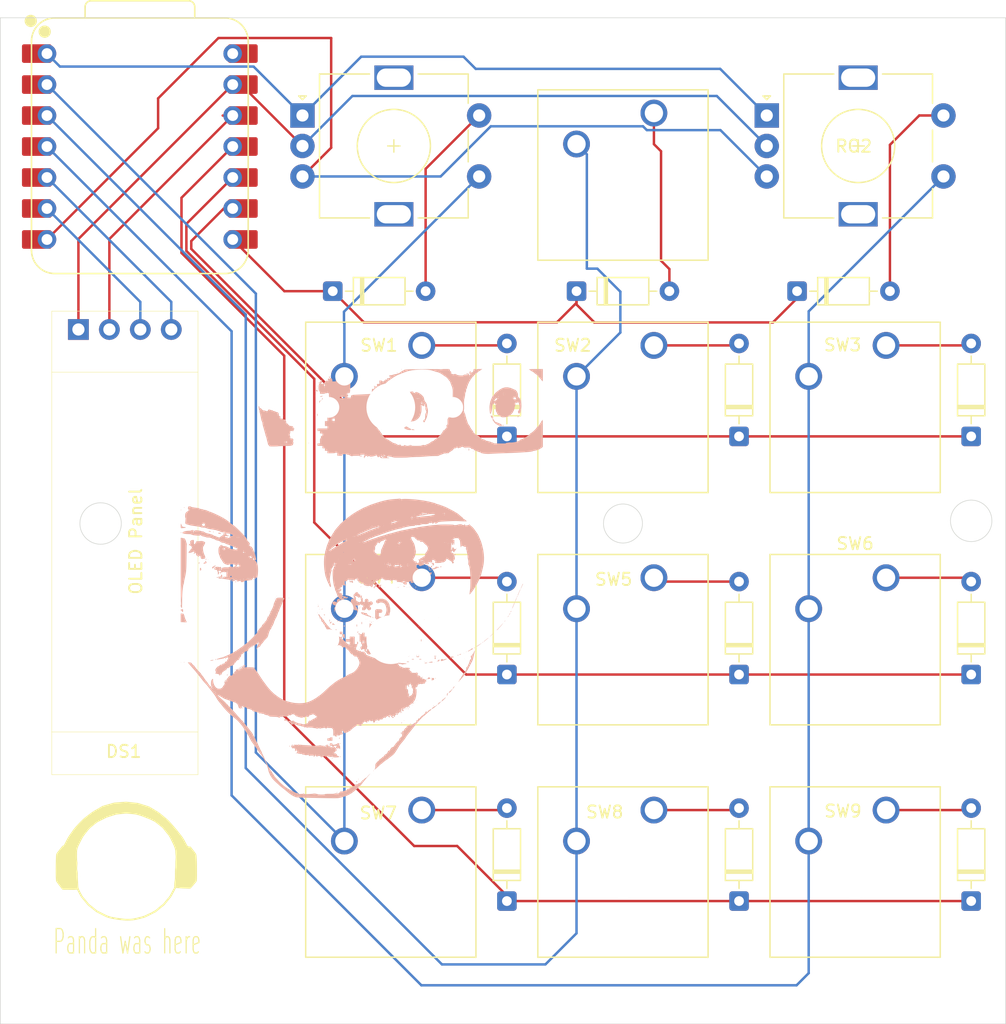
<source format=kicad_pcb>
(kicad_pcb (version 20241229) (generator "pcbnew") (generator_version "9.0")
  (layers (0 "F.Cu" signal) (2 "B.Cu" signal) (13 "F.Paste" user) (15 "B.Paste" user) (5 "F.SilkS" user "F.Silkscreen") (7 "B.SilkS" user "B.Silkscreen") (1 "F.Mask" user) (3 "B.Mask" user) (25 "Edge.Cuts" user))
  (net 0 "")
  (net 1 "Net-(D0-A)")
  (net 2 "Net-(D0-K)")
  (net 3 "Net-(D1-K)")
  (net 4 "Net-(D1-A)")
  (net 5 "Net-(D2-A)")
  (net 6 "Net-(D3-A)")
  (net 7 "Net-(D4-K)")
  (net 8 "Net-(D4-A)")
  (net 9 "Net-(D5-A)")
  (net 10 "Net-(D6-A)")
  (net 11 "Net-(D7-A)")
  (net 12 "Net-(D7-K)")
  (net 13 "Net-(D8-A)")
  (net 14 "Net-(D9-A)")
  (net 15 "Net-(DRO1-A)")
  (net 16 "Net-(DRO2-A)")
  (net 17 "Net-(DS1-SCL)")
  (net 18 "Net-(DS1-GND)")
  (net 19 "Net-(DS1-VCC)")
  (net 20 "Net-(DS1-SDA)")
  (net 21 "Net-(U1-GPIO28{slash}ADC2{slash}A2)")
  (net 22 "Net-(U1-GPIO0{slash}TX)")
  (net 23 "Net-(U1-GPIO26{slash}ADC0{slash}A0)")
  (net 24 "Net-(U1-GPIO27{slash}ADC1{slash}A1)")
  (net 25 "Net-(U1-GPIO29{slash}ADC3{slash}A3)")
  (footprint "Diode_THT:D_DO-35_SOD27_P7.62mm_Horizontal" (layer "F.Cu") (at 98.58375 111.91875)
    (property "Reference" "D0" (hide yes))
    (property "Value" "1N4148" (hide yes))
    (pad "1" thru_hole roundrect (at 0 0) (size 1.6 1.6) (drill 0.8) (layers "*.Cu" "*.Mask") (roundrect_rratio 0.15625) (net 2 "Net-(D0-K)"))
    (pad "2" thru_hole circle (at 7.62 0) (size 1.6 1.6) (drill 0.8) (layers "*.Cu" "*.Mask") (net 1 "Net-(D0-A)"))
  )
  (footprint "Button_Switch_Keyboard:SW_Cherry_MX_1.00u_PCB" (layer "F.Cu") (at 85.88375 154.46375)
    (property "Reference" "SW7" (at -3.56375 0.24625 0) (layer "F.SilkS"))
    (property "Value" "SW_Push" (hide yes))
    (pad "" np_thru_hole circle (at -7.62 5.08) (size 1.7 1.7) (drill 1.7) (layers "*.Cu" "*.Mask"))
    (pad "" np_thru_hole circle (at -2.54 5.08) (size 4 4) (drill 4) (layers "*.Cu" "*.Mask"))
    (pad "" np_thru_hole circle (at 2.54 5.08) (size 1.7 1.7) (drill 1.7) (layers "*.Cu" "*.Mask"))
    (pad "1" thru_hole circle (at 0 0) (size 2.2 2.2) (drill 1.5) (layers "*.Cu" "*.Mask") (net 11 "Net-(D7-A)"))
    (pad "2" thru_hole circle (at -6.35 2.54) (size 2.2 2.2) (drill 1.5) (layers "*.Cu" "*.Mask") (net 24 "Net-(U1-GPIO27{slash}ADC1{slash}A1)"))
  )
  (footprint "Button_Switch_Keyboard:SW_Cherry_MX_1.00u_PCB" (layer "F.Cu") (at 104.93375 116.36375)
    (property "Reference" "SW2" (at -6.65375 -0.00375 0) (layer "F.SilkS"))
    (property "Value" "SW_Push" (hide yes))
    (pad "" np_thru_hole circle (at -7.62 5.08) (size 1.7 1.7) (drill 1.7) (layers "*.Cu" "*.Mask"))
    (pad "" np_thru_hole circle (at -2.54 5.08) (size 4 4) (drill 4) (layers "*.Cu" "*.Mask"))
    (pad "" np_thru_hole circle (at 2.54 5.08) (size 1.7 1.7) (drill 1.7) (layers "*.Cu" "*.Mask"))
    (pad "1" thru_hole circle (at 0 0) (size 2.2 2.2) (drill 1.5) (layers "*.Cu" "*.Mask") (net 5 "Net-(D2-A)"))
    (pad "2" thru_hole circle (at -6.35 2.54) (size 2.2 2.2) (drill 1.5) (layers "*.Cu" "*.Mask") (net 21 "Net-(U1-GPIO28{slash}ADC2{slash}A2)"))
  )
  (footprint "Diode_THT:D_DO-35_SOD27_P7.62mm_Horizontal" (layer "F.Cu") (at 111.91875 143.35125 90)
    (property "Reference" "D5" (hide yes))
    (property "Value" "1N4148" (hide yes))
    (pad "1" thru_hole roundrect (at 0 0 90) (size 1.6 1.6) (drill 0.8) (layers "*.Cu" "*.Mask") (roundrect_rratio 0.15625) (net 7 "Net-(D4-K)"))
    (pad "2" thru_hole circle (at 7.62 0 90) (size 1.6 1.6) (drill 0.8) (layers "*.Cu" "*.Mask") (net 9 "Net-(D5-A)"))
  )
  (footprint "Diode_THT:D_DO-35_SOD27_P7.62mm_Horizontal" (layer "F.Cu") (at 92.86875 143.35125 90)
    (property "Reference" "D4" (hide yes))
    (property "Value" "1N4148" (hide yes))
    (pad "1" thru_hole roundrect (at 0 0 90) (size 1.6 1.6) (drill 0.8) (layers "*.Cu" "*.Mask") (roundrect_rratio 0.15625) (net 7 "Net-(D4-K)"))
    (pad "2" thru_hole circle (at 7.62 0 90) (size 1.6 1.6) (drill 0.8) (layers "*.Cu" "*.Mask") (net 8 "Net-(D4-A)"))
  )
  (footprint "Diode_THT:D_DO-35_SOD27_P7.62mm_Horizontal" (layer "F.Cu") (at 111.91875 123.825 90)
    (property "Reference" "D2" (hide yes))
    (property "Value" "1N4148" (hide yes))
    (pad "1" thru_hole roundrect (at 0 0 90) (size 1.6 1.6) (drill 0.8) (layers "*.Cu" "*.Mask") (roundrect_rratio 0.15625) (net 3 "Net-(D1-K)"))
    (pad "2" thru_hole circle (at 7.62 0 90) (size 1.6 1.6) (drill 0.8) (layers "*.Cu" "*.Mask") (net 5 "Net-(D2-A)"))
  )
  (footprint "Button_Switch_Keyboard:SW_Cherry_MX_1.00u_PCB" (layer "F.Cu") (at 104.93375 97.31375)
    (property "Reference" "MSW1" (hide yes))
    (property "Value" "SW_Push" (hide yes))
    (pad "" np_thru_hole circle (at -7.62 5.08) (size 1.7 1.7) (drill 1.7) (layers "*.Cu" "*.Mask"))
    (pad "" np_thru_hole circle (at -2.54 5.08) (size 4 4) (drill 4) (layers "*.Cu" "*.Mask"))
    (pad "" np_thru_hole circle (at 2.54 5.08) (size 1.7 1.7) (drill 1.7) (layers "*.Cu" "*.Mask"))
    (pad "1" thru_hole circle (at 0 0) (size 2.2 2.2) (drill 1.5) (layers "*.Cu" "*.Mask") (net 1 "Net-(D0-A)"))
    (pad "2" thru_hole circle (at -6.35 2.54) (size 2.2 2.2) (drill 1.5) (layers "*.Cu" "*.Mask") (net 21 "Net-(U1-GPIO28{slash}ADC2{slash}A2)"))
  )
  (footprint "graphics:dbbig" (layer "F.Cu") (at 61.66 158.64)
    (property "Reference" "G***" (hide yes))
    (property "Value" "LOGO" (hide yes))
  )
  (footprint "Button_Switch_Keyboard:SW_Cherry_MX_1.00u_PCB" (layer "F.Cu") (at 123.98375 154.46375)
    (property "Reference" "SW9" (at -3.53375 0.08625 0) (layer "F.SilkS"))
    (property "Value" "SW_Push" (hide yes))
    (pad "" np_thru_hole circle (at -7.62 5.08) (size 1.7 1.7) (drill 1.7) (layers "*.Cu" "*.Mask"))
    (pad "" np_thru_hole circle (at -2.54 5.08) (size 4 4) (drill 4) (layers "*.Cu" "*.Mask"))
    (pad "" np_thru_hole circle (at 2.54 5.08) (size 1.7 1.7) (drill 1.7) (layers "*.Cu" "*.Mask"))
    (pad "1" thru_hole circle (at 0 0) (size 2.2 2.2) (drill 1.5) (layers "*.Cu" "*.Mask") (net 14 "Net-(D9-A)"))
    (pad "2" thru_hole circle (at -6.35 2.54) (size 2.2 2.2) (drill 1.5) (layers "*.Cu" "*.Mask") (net 25 "Net-(U1-GPIO29{slash}ADC3{slash}A3)"))
  )
  (footprint "Diode_THT:D_DO-35_SOD27_P7.62mm_Horizontal" (layer "F.Cu") (at 92.86875 123.825 90)
    (property "Reference" "D1" (hide yes))
    (property "Value" "1N4148" (hide yes))
    (pad "1" thru_hole roundrect (at 0 0 90) (size 1.6 1.6) (drill 0.8) (layers "*.Cu" "*.Mask") (roundrect_rratio 0.15625) (net 3 "Net-(D1-K)"))
    (pad "2" thru_hole circle (at 7.62 0 90) (size 1.6 1.6) (drill 0.8) (layers "*.Cu" "*.Mask") (net 4 "Net-(D1-A)"))
  )
  (footprint "Button_Switch_Keyboard:SW_Cherry_MX_1.00u_PCB" (layer "F.Cu") (at 104.93375 154.46375)
    (property "Reference" "SW8" (at -4.03375 0.16625 0) (layer "F.SilkS"))
    (property "Value" "SW_Push" (hide yes))
    (pad "" np_thru_hole circle (at -7.62 5.08) (size 1.7 1.7) (drill 1.7) (layers "*.Cu" "*.Mask"))
    (pad "" np_thru_hole circle (at -2.54 5.08) (size 4 4) (drill 4) (layers "*.Cu" "*.Mask"))
    (pad "" np_thru_hole circle (at 2.54 5.08) (size 1.7 1.7) (drill 1.7) (layers "*.Cu" "*.Mask"))
    (pad "1" thru_hole circle (at 0 0) (size 2.2 2.2) (drill 1.5) (layers "*.Cu" "*.Mask") (net 13 "Net-(D8-A)"))
    (pad "2" thru_hole circle (at -6.35 2.54) (size 2.2 2.2) (drill 1.5) (layers "*.Cu" "*.Mask") (net 21 "Net-(U1-GPIO28{slash}ADC2{slash}A2)"))
  )
  (footprint "Button_Switch_Keyboard:SW_Cherry_MX_1.00u_PCB" (layer "F.Cu") (at 123.98375 135.41375)
    (property "Reference" "SW6" (at -2.54 -2.794 0) (layer "F.SilkS"))
    (property "Value" "SW_Push" (hide yes))
    (pad "" np_thru_hole circle (at -7.62 5.08) (size 1.7 1.7) (drill 1.7) (layers "*.Cu" "*.Mask"))
    (pad "" np_thru_hole circle (at -2.54 5.08) (size 4 4) (drill 4) (layers "*.Cu" "*.Mask"))
    (pad "" np_thru_hole circle (at 2.54 5.08) (size 1.7 1.7) (drill 1.7) (layers "*.Cu" "*.Mask"))
    (pad "1" thru_hole circle (at 0 0) (size 2.2 2.2) (drill 1.5) (layers "*.Cu" "*.Mask") (net 10 "Net-(D6-A)"))
    (pad "2" thru_hole circle (at -6.35 2.54) (size 2.2 2.2) (drill 1.5) (layers "*.Cu" "*.Mask") (net 25 "Net-(U1-GPIO29{slash}ADC3{slash}A3)"))
  )
  (footprint "Button_Switch_Keyboard:SW_Cherry_MX_1.00u_PCB" (layer "F.Cu") (at 85.88375 135.41375)
    (property "Reference" "SW4" (at -3.69375 -0.04375 0) (layer "F.SilkS"))
    (property "Value" "SW_Push" (hide yes))
    (pad "" np_thru_hole circle (at -7.62 5.08) (size 1.7 1.7) (drill 1.7) (layers "*.Cu" "*.Mask"))
    (pad "" np_thru_hole circle (at -2.54 5.08) (size 4 4) (drill 4) (layers "*.Cu" "*.Mask"))
    (pad "" np_thru_hole circle (at 2.54 5.08) (size 1.7 1.7) (drill 1.7) (layers "*.Cu" "*.Mask"))
    (pad "1" thru_hole circle (at 0 0) (size 2.2 2.2) (drill 1.5) (layers "*.Cu" "*.Mask") (net 8 "Net-(D4-A)"))
    (pad "2" thru_hole circle (at -6.35 2.54) (size 2.2 2.2) (drill 1.5) (layers "*.Cu" "*.Mask") (net 24 "Net-(U1-GPIO27{slash}ADC1{slash}A1)"))
  )
  (footprint "Diode_THT:D_DO-35_SOD27_P7.62mm_Horizontal" (layer "F.Cu") (at 130.96875 161.925 90)
    (property "Reference" "D9" (hide yes))
    (property "Value" "1N4148" (hide yes))
    (pad "1" thru_hole roundrect (at 0 0 90) (size 1.6 1.6) (drill 0.8) (layers "*.Cu" "*.Mask") (roundrect_rratio 0.15625) (net 12 "Net-(D7-K)"))
    (pad "2" thru_hole circle (at 7.62 0 90) (size 1.6 1.6) (drill 0.8) (layers "*.Cu" "*.Mask") (net 14 "Net-(D9-A)"))
  )
  (footprint "Diode_THT:D_DO-35_SOD27_P7.62mm_Horizontal" (layer "F.Cu") (at 78.58125 111.91875)
    (property "Reference" "DRO1" (hide yes))
    (property "Value" "1N4148" (hide yes))
    (pad "1" thru_hole roundrect (at 0 0) (size 1.6 1.6) (drill 0.8) (layers "*.Cu" "*.Mask") (roundrect_rratio 0.15625) (net 2 "Net-(D0-K)"))
    (pad "2" thru_hole circle (at 7.62 0) (size 1.6 1.6) (drill 0.8) (layers "*.Cu" "*.Mask") (net 15 "Net-(DRO1-A)"))
  )
  (footprint "Diode_THT:D_DO-35_SOD27_P7.62mm_Horizontal" (layer "F.Cu") (at 116.68125 111.91875)
    (property "Reference" "DRO2" (hide yes))
    (property "Value" "1N4148" (hide yes))
    (pad "1" thru_hole roundrect (at 0 0) (size 1.6 1.6) (drill 0.8) (layers "*.Cu" "*.Mask") (roundrect_rratio 0.15625) (net 2 "Net-(D0-K)"))
    (pad "2" thru_hole circle (at 7.62 0) (size 1.6 1.6) (drill 0.8) (layers "*.Cu" "*.Mask") (net 16 "Net-(DRO2-A)"))
  )
  (footprint "Diode_THT:D_DO-35_SOD27_P7.62mm_Horizontal" (layer "F.Cu") (at 92.86875 161.925 90)
    (property "Reference" "D7" (hide yes))
    (property "Value" "1N4148" (hide yes))
    (pad "1" thru_hole roundrect (at 0 0 90) (size 1.6 1.6) (drill 0.8) (layers "*.Cu" "*.Mask") (roundrect_rratio 0.15625) (net 12 "Net-(D7-K)"))
    (pad "2" thru_hole circle (at 7.62 0 90) (size 1.6 1.6) (drill 0.8) (layers "*.Cu" "*.Mask") (net 11 "Net-(D7-A)"))
  )
  (footprint "Rotary_Encoder:RotaryEncoder_Alps_EC11E-Switch_Vertical_H20mm" (layer "F.Cu") (at 114.19375 97.5125)
    (property "Reference" "RO2" (at 7.13625 2.5175 0) (layer "F.SilkS"))
    (property "Value" "RotaryEncoder_Switch" (hide yes))
    (pad "A" thru_hole rect (at 0 0) (size 2 2) (drill 1) (layers "*.Cu" "*.Mask") (net 23 "Net-(U1-GPIO26{slash}ADC0{slash}A0)"))
    (pad "B" thru_hole circle (at 0 5) (size 2 2) (drill 1) (layers "*.Cu" "*.Mask") (net 22 "Net-(U1-GPIO0{slash}TX)"))
    (pad "C" thru_hole circle (at 0 2.5) (size 2 2) (drill 1) (layers "*.Cu" "*.Mask") (net 18 "Net-(DS1-GND)"))
    (pad "MP" thru_hole rect (at 7.5 -3.1) (size 3.2 2) (drill oval 2.8 1.5) (layers "*.Cu" "*.Mask"))
    (pad "MP" thru_hole rect (at 7.5 8.1) (size 3.2 2) (drill oval 2.8 1.5) (layers "*.Cu" "*.Mask"))
    (pad "S1" thru_hole circle (at 14.5 5) (size 2 2) (drill 1) (layers "*.Cu" "*.Mask") (net 25 "Net-(U1-GPIO29{slash}ADC3{slash}A3)"))
    (pad "S2" thru_hole circle (at 14.5 0) (size 2 2) (drill 1) (layers "*.Cu" "*.Mask") (net 16 "Net-(DRO2-A)"))
  )
  (footprint "oled:SSD1306-0.91-OLED-4pin-128x32" (layer "F.Cu") (at 55.52 151.56 90)
    (property "Reference" "DS1" (at 1.9 5.91 0) (layer "F.SilkS"))
    (property "Value" "~" (hide yes))
    (fp_text user "OLED Panel" (at 19.13625 6.89875 90) (layer "F.SilkS"))
    (pad "1" thru_hole rect (at 36.5 2.19 90) (size 1.7 1.7) (drill 1) (layers "*.Cu" "*.Mask") (net 18 "Net-(DS1-GND)"))
    (pad "2" thru_hole oval (at 36.5 4.73 90) (size 1.7 1.7) (drill 1) (layers "*.Cu" "*.Mask") (net 19 "Net-(DS1-VCC)"))
    (pad "3" thru_hole oval (at 36.5 7.27 90) (size 1.7 1.7) (drill 1) (layers "*.Cu" "*.Mask") (net 17 "Net-(DS1-SCL)"))
    (pad "4" thru_hole oval (at 36.5 9.81 90) (size 1.7 1.7) (drill 1) (layers "*.Cu" "*.Mask") (net 20 "Net-(DS1-SDA)"))
  )
  (footprint "Button_Switch_Keyboard:SW_Cherry_MX_1.00u_PCB" (layer "F.Cu") (at 123.98375 116.36375)
    (property "Reference" "SW3" (at -3.56375 -0.03375 0) (layer "F.SilkS"))
    (property "Value" "SW_Push" (hide yes))
    (pad "" np_thru_hole circle (at -7.62 5.08) (size 1.7 1.7) (drill 1.7) (layers "*.Cu" "*.Mask"))
    (pad "" np_thru_hole circle (at -2.54 5.08) (size 4 4) (drill 4) (layers "*.Cu" "*.Mask"))
    (pad "" np_thru_hole circle (at 2.54 5.08) (size 1.7 1.7) (drill 1.7) (layers "*.Cu" "*.Mask"))
    (pad "1" thru_hole circle (at 0 0) (size 2.2 2.2) (drill 1.5) (layers "*.Cu" "*.Mask") (net 6 "Net-(D3-A)"))
    (pad "2" thru_hole circle (at -6.35 2.54) (size 2.2 2.2) (drill 1.5) (layers "*.Cu" "*.Mask") (net 25 "Net-(U1-GPIO29{slash}ADC3{slash}A3)"))
  )
  (footprint "Button_Switch_Keyboard:SW_Cherry_MX_1.00u_PCB" (layer "F.Cu") (at 85.88375 116.36375)
    (property "Reference" "SW1" (at -3.51375 -0.00375 0) (layer "F.SilkS"))
    (property "Value" "SW_Push" (hide yes))
    (pad "" np_thru_hole circle (at -7.62 5.08) (size 1.7 1.7) (drill 1.7) (layers "*.Cu" "*.Mask"))
    (pad "" np_thru_hole circle (at -2.54 5.08) (size 4 4) (drill 4) (layers "*.Cu" "*.Mask"))
    (pad "" np_thru_hole circle (at 2.54 5.08) (size 1.7 1.7) (drill 1.7) (layers "*.Cu" "*.Mask"))
    (pad "1" thru_hole circle (at 0 0) (size 2.2 2.2) (drill 1.5) (layers "*.Cu" "*.Mask") (net 4 "Net-(D1-A)"))
    (pad "2" thru_hole circle (at -6.35 2.54) (size 2.2 2.2) (drill 1.5) (layers "*.Cu" "*.Mask") (net 24 "Net-(U1-GPIO27{slash}ADC1{slash}A1)"))
  )
  (footprint "Diode_THT:D_DO-35_SOD27_P7.62mm_Horizontal" (layer "F.Cu") (at 130.96875 123.825 90)
    (property "Reference" "D3" (hide yes))
    (property "Value" "1N4148" (hide yes))
    (pad "1" thru_hole roundrect (at 0 0 90) (size 1.6 1.6) (drill 0.8) (layers "*.Cu" "*.Mask") (roundrect_rratio 0.15625) (net 3 "Net-(D1-K)"))
    (pad "2" thru_hole circle (at 7.62 0 90) (size 1.6 1.6) (drill 0.8) (layers "*.Cu" "*.Mask") (net 6 "Net-(D3-A)"))
  )
  (footprint "Diode_THT:D_DO-35_SOD27_P7.62mm_Horizontal" (layer "F.Cu") (at 111.91875 161.925 90)
    (property "Reference" "D8" (hide yes))
    (property "Value" "1N4148" (hide yes))
    (pad "1" thru_hole roundrect (at 0 0 90) (size 1.6 1.6) (drill 0.8) (layers "*.Cu" "*.Mask") (roundrect_rratio 0.15625) (net 12 "Net-(D7-K)"))
    (pad "2" thru_hole circle (at 7.62 0 90) (size 1.6 1.6) (drill 0.8) (layers "*.Cu" "*.Mask") (net 13 "Net-(D8-A)"))
  )
  (footprint "OPL:XIAO-RP2040-DIP" (layer "F.Cu") (at 62.75 100.0585)
    (property "Reference" "U1" (hide yes))
    (property "Value" "XIAO-RP2040-DIP")
    (pad "1" smd roundrect (at -8.455 -7.62 180) (size 2.432 1.524) (layers "F.Cu" "F.Mask") (roundrect_rratio 0.1) (net 23 "Net-(U1-GPIO26{slash}ADC0{slash}A0)"))
    (pad "1" thru_hole circle (at -7.62 -7.62 180) (size 1.524 1.524) (drill 0.889) (layers "*.Cu" "*.Mask") (net 23 "Net-(U1-GPIO26{slash}ADC0{slash}A0)"))
    (pad "2" smd roundrect (at -8.455 -5.08 180) (size 2.432 1.524) (layers "F.Cu" "F.Mask") (roundrect_rratio 0.1) (net 24 "Net-(U1-GPIO27{slash}ADC1{slash}A1)"))
    (pad "2" thru_hole circle (at -7.62 -5.08 180) (size 1.524 1.524) (drill 0.889) (layers "*.Cu" "*.Mask") (net 24 "Net-(U1-GPIO27{slash}ADC1{slash}A1)"))
    (pad "3" smd roundrect (at -8.455 -2.54 180) (size 2.432 1.524) (layers "F.Cu" "F.Mask") (roundrect_rratio 0.1) (net 21 "Net-(U1-GPIO28{slash}ADC2{slash}A2)"))
    (pad "3" thru_hole circle (at -7.62 -2.54 180) (size 1.524 1.524) (drill 0.889) (layers "*.Cu" "*.Mask") (net 21 "Net-(U1-GPIO28{slash}ADC2{slash}A2)"))
    (pad "4" smd roundrect (at -8.455 0 180) (size 2.432 1.524) (layers "F.Cu" "F.Mask") (roundrect_rratio 0.1) (net 25 "Net-(U1-GPIO29{slash}ADC3{slash}A3)"))
    (pad "4" thru_hole circle (at -7.62 0 180) (size 1.524 1.524) (drill 0.889) (layers "*.Cu" "*.Mask") (net 25 "Net-(U1-GPIO29{slash}ADC3{slash}A3)"))
    (pad "5" smd roundrect (at -8.455 2.54 180) (size 2.432 1.524) (layers "F.Cu" "F.Mask") (roundrect_rratio 0.1) (net 20 "Net-(DS1-SDA)"))
    (pad "5" thru_hole circle (at -7.62 2.54 180) (size 1.524 1.524) (drill 0.889) (layers "*.Cu" "*.Mask") (net 20 "Net-(DS1-SDA)"))
    (pad "6" smd roundrect (at -8.455 5.08 180) (size 2.432 1.524) (layers "F.Cu" "F.Mask") (roundrect_rratio 0.1) (net 17 "Net-(DS1-SCL)"))
    (pad "6" thru_hole circle (at -7.62 5.08 180) (size 1.524 1.524) (drill 0.889) (layers "*.Cu" "*.Mask") (net 17 "Net-(DS1-SCL)"))
    (pad "7" smd roundrect (at -8.455 7.62 180) (size 2.432 1.524) (layers "F.Cu" "F.Mask") (roundrect_rratio 0.1) (net 22 "Net-(U1-GPIO0{slash}TX)"))
    (pad "7" thru_hole circle (at -7.62 7.62 180) (size 1.524 1.524) (drill 0.889) (layers "*.Cu" "*.Mask") (net 22 "Net-(U1-GPIO0{slash}TX)"))
    (pad "8" thru_hole circle (at 7.62 7.62) (size 1.524 1.524) (drill 0.889) (layers "*.Cu" "*.Mask") (net 2 "Net-(D0-K)"))
    (pad "8" smd roundrect (at 8.455 7.62) (size 2.432 1.524) (layers "F.Cu" "F.Mask") (roundrect_rratio 0.1) (net 2 "Net-(D0-K)"))
    (pad "9" thru_hole circle (at 7.62 5.08) (size 1.524 1.524) (drill 0.889) (layers "*.Cu" "*.Mask") (net 3 "Net-(D1-K)"))
    (pad "9" smd roundrect (at 8.455 5.08) (size 2.432 1.524) (layers "F.Cu" "F.Mask") (roundrect_rratio 0.1) (net 3 "Net-(D1-K)"))
    (pad "10" thru_hole circle (at 7.62 2.54) (size 1.524 1.524) (drill 0.889) (layers "*.Cu" "*.Mask") (net 7 "Net-(D4-K)"))
    (pad "10" smd roundrect (at 8.455 2.54) (size 2.432 1.524) (layers "F.Cu" "F.Mask") (roundrect_rratio 0.1) (net 7 "Net-(D4-K)"))
    (pad "11" thru_hole circle (at 7.62 0) (size 1.524 1.524) (drill 0.889) (layers "*.Cu" "*.Mask") (net 12 "Net-(D7-K)"))
    (pad "11" smd roundrect (at 8.455 0) (size 2.432 1.524) (layers "F.Cu" "F.Mask") (roundrect_rratio 0.1) (net 12 "Net-(D7-K)"))
    (pad "12" thru_hole circle (at 7.62 -2.54) (size 1.524 1.524) (drill 0.889) (layers "*.Cu" "*.Mask") (net 19 "Net-(DS1-VCC)"))
    (pad "12" smd roundrect (at 8.455 -2.54) (size 2.432 1.524) (layers "F.Cu" "F.Mask") (roundrect_rratio 0.1) (net 19 "Net-(DS1-VCC)"))
    (pad "13" thru_hole circle (at 7.62 -5.08) (size 1.524 1.524) (drill 0.889) (layers "*.Cu" "*.Mask") (net 18 "Net-(DS1-GND)"))
    (pad "13" smd roundrect (at 8.455 -5.08) (size 2.432 1.524) (layers "F.Cu" "F.Mask") (roundrect_rratio 0.1) (net 18 "Net-(DS1-GND)"))
    (pad "14" thru_hole circle (at 7.62 -7.62) (size 1.524 1.524) (drill 0.889) (layers "*.Cu" "*.Mask"))
    (pad "14" smd roundrect (at 8.455 -7.62) (size 2.432 1.524) (layers "F.Cu" "F.Mask") (roundrect_rratio 0.1))
  )
  (footprint "Diode_THT:D_DO-35_SOD27_P7.62mm_Horizontal" (layer "F.Cu") (at 130.96875 143.35125 90)
    (property "Reference" "D6" (hide yes))
    (property "Value" "1N4148" (hide yes))
    (pad "1" thru_hole roundrect (at 0 0 90) (size 1.6 1.6) (drill 0.8) (layers "*.Cu" "*.Mask") (roundrect_rratio 0.15625) (net 7 "Net-(D4-K)"))
    (pad "2" thru_hole circle (at 7.62 0 90) (size 1.6 1.6) (drill 0.8) (layers "*.Cu" "*.Mask") (net 10 "Net-(D6-A)"))
  )
  (footprint "Rotary_Encoder:RotaryEncoder_Alps_EC11E-Switch_Vertical_H20mm" (layer "F.Cu") (at 76.09375 97.5125)
    (property "Reference" "RO1" (hide yes))
    (property "Value" "RotaryEncoder_Switch" (hide yes))
    (pad "A" thru_hole rect (at 0 0) (size 2 2) (drill 1) (layers "*.Cu" "*.Mask") (net 23 "Net-(U1-GPIO26{slash}ADC0{slash}A0)"))
    (pad "B" thru_hole circle (at 0 5) (size 2 2) (drill 1) (layers "*.Cu" "*.Mask") (net 22 "Net-(U1-GPIO0{slash}TX)"))
    (pad "C" thru_hole circle (at 0 2.5) (size 2 2) (drill 1) (layers "*.Cu" "*.Mask") (net 18 "Net-(DS1-GND)"))
    (pad "MP" thru_hole rect (at 7.5 -3.1) (size 3.2 2) (drill oval 2.8 1.5) (layers "*.Cu" "*.Mask"))
    (pad "MP" thru_hole rect (at 7.5 8.1) (size 3.2 2) (drill oval 2.8 1.5) (layers "*.Cu" "*.Mask"))
    (pad "S1" thru_hole circle (at 14.5 5) (size 2 2) (drill 1) (layers "*.Cu" "*.Mask") (net 24 "Net-(U1-GPIO27{slash}ADC1{slash}A1)"))
    (pad "S2" thru_hole circle (at 14.5 0) (size 2 2) (drill 1) (layers "*.Cu" "*.Mask") (net 15 "Net-(DRO1-A)"))
  )
  (footprint "Button_Switch_Keyboard:SW_Cherry_MX_1.00u_PCB" (layer "F.Cu") (at 104.93375 135.41375)
    (property "Reference" "SW5" (at -3.30375 0.13625 0) (layer "F.SilkS"))
    (property "Value" "SW_Push" (hide yes))
    (pad "" np_thru_hole circle (at -7.62 5.08) (size 1.7 1.7) (drill 1.7) (layers "*.Cu" "*.Mask"))
    (pad "" np_thru_hole circle (at -2.54 5.08) (size 4 4) (drill 4) (layers "*.Cu" "*.Mask"))
    (pad "" np_thru_hole circle (at 2.54 5.08) (size 1.7 1.7) (drill 1.7) (layers "*.Cu" "*.Mask"))
    (pad "1" thru_hole circle (at 0 0) (size 2.2 2.2) (drill 1.5) (layers "*.Cu" "*.Mask") (net 9 "Net-(D5-A)"))
    (pad "2" thru_hole circle (at -6.35 2.54) (size 2.2 2.2) (drill 1.5) (layers "*.Cu" "*.Mask") (net 21 "Net-(U1-GPIO28{slash}ADC2{slash}A2)"))
  )
  (footprint "graphics:lav" (layer "B.Cu") (at 80.9625 138.1125 180)
    (property "Reference" "G***" (at 0 0 0) (layer "B.SilkS") (effects (font (size 1.5 1.5) (thickness 0.3)) (justify mirror)))
    (property "Value" "LOGO" (hide yes))
  )
  (gr_circle (center 102.39375 130.96875) (end 103.99375 130.96875) (stroke (width 0.05)) (fill no) (layer "Edge.Cuts"))
  (gr_rect (start 51.3 89.5) (end 133.8 172) (stroke (width 0.05)) (fill no) (layer "Edge.Cuts"))
  (gr_circle (center 59.53125 130.96875) (end 61.23125 130.96875) (stroke (width 0.05)) (fill no) (layer "Edge.Cuts"))
  (gr_circle (center 130.96875 130.75) (end 132.66875 130.75) (stroke (width 0.05)) (fill no) (layer "Edge.Cuts"))
  (gr_text "Panda was here" (at 55.58 166.43 0) (layer "F.SilkS") (effects (font (size 2 1) (thickness 0.1)) (justify left bottom)))
  (segment (start 104.93375 99.86375) (end 105.52 100.45) (width 0.2) (layer "F.Cu") (net 1))
  (segment (start 104.93375 97.31375) (end 104.93375 99.86375) (width 0.2) (layer "F.Cu") (net 1))
  (segment (start 105.52 100.45) (end 105.52 109.42) (width 0.2) (layer "F.Cu") (net 1))
  (segment (start 105.52 109.42) (end 106.20375 110.10375) (width 0.2) (layer "F.Cu") (net 1))
  (segment (start 106.20375 110.10375) (end 106.20375 111.91875) (width 0.2) (layer "F.Cu") (net 1))
  (segment (start 74.61025 111.91875) (end 70.37 107.6785) (width 0.2) (layer "F.Cu") (net 2))
  (segment (start 78.58125 111.91875) (end 74.61025 111.91875) (width 0.2) (layer "F.Cu") (net 2))
  (segment (start 98.58375 112.86625) (end 96.98 114.47) (width 0.2) (layer "F.Cu") (net 2))
  (segment (start 98.58375 113.01375) (end 98.58375 111.91875) (width 0.2) (layer "F.Cu") (net 2))
  (segment (start 114.7 114.48) (end 100.04 114.48) (width 0.2) (layer "F.Cu") (net 2))
  (segment (start 96.98 114.47) (end 81.1325 114.47) (width 0.2) (layer "F.Cu") (net 2))
  (segment (start 116.68125 112.49875) (end 114.7 114.48) (width 0.2) (layer "F.Cu") (net 2))
  (segment (start 100.04 114.48) (end 100.04 114.47) (width 0.2) (layer "F.Cu") (net 2))
  (segment (start 100.04 114.47) (end 98.58375 113.01375) (width 0.2) (layer "F.Cu") (net 2))
  (segment (start 98.58375 111.91875) (end 98.58375 112.86625) (width 0.2) (layer "F.Cu") (net 2))
  (segment (start 81.1325 114.47) (end 78.58125 111.91875) (width 0.2) (layer "F.Cu") (net 2))
  (segment (start 116.68125 111.91875) (end 116.68125 112.49875) (width 0.2) (layer "F.Cu") (net 2))
  (segment (start 92.86875 123.825) (end 82.34347 123.825) (width 0.2) (layer "F.Cu") (net 3))
  (segment (start 66.97 107.81) (end 69.6415 105.1385) (width 0.2) (layer "F.Cu") (net 3))
  (segment (start 82.34347 123.825) (end 66.97 108.45153) (width 0.2) (layer "F.Cu") (net 3))
  (segment (start 69.6415 105.1385) (end 71.205 105.1385) (width 0.2) (layer "F.Cu") (net 3))
  (segment (start 92.86875 123.825) (end 111.91875 123.825) (width 0.2) (layer "F.Cu") (net 3))
  (segment (start 66.97 108.45153) (end 66.97 107.81) (width 0.2) (layer "F.Cu") (net 3))
  (segment (start 111.91875 123.825) (end 130.96875 123.825) (width 0.2) (layer "F.Cu") (net 3))
  (segment (start 92.71 116.36375) (end 92.86875 116.205) (width 0.2) (layer "F.Cu") (net 4))
  (segment (start 85.88375 116.36375) (end 92.71 116.36375) (width 0.2) (layer "F.Cu") (net 4))
  (segment (start 111.76 116.36375) (end 111.91875 116.205) (width 0.2) (layer "F.Cu") (net 5))
  (segment (start 104.93375 116.36375) (end 111.76 116.36375) (width 0.2) (layer "F.Cu") (net 5))
  (segment (start 130.81 116.36375) (end 130.96875 116.205) (width 0.2) (layer "F.Cu") (net 6))
  (segment (start 123.98375 116.36375) (end 130.81 116.36375) (width 0.2) (layer "F.Cu") (net 6))
  (segment (start 77.06275 119.11138) (end 66.569 108.61763) (width 0.2) (layer "F.Cu") (net 7))
  (segment (start 92.86875 143.35125) (end 89.53125 143.35125) (width 0.2) (layer "F.Cu") (net 7))
  (segment (start 130.4925 143.35125) (end 130.96875 142.875) (width 0.2) (layer "F.Cu") (net 7))
  (segment (start 89.53125 143.35125) (end 77.06275 130.88275) (width 0.2) (layer "F.Cu") (net 7))
  (segment (start 77.06275 130.88275) (end 77.06275 119.11138) (width 0.2) (layer "F.Cu") (net 7))
  (segment (start 111.91875 143.35125) (end 130.4925 143.35125) (width 0.2) (layer "F.Cu") (net 7))
  (segment (start 66.569 108.61763) (end 66.569 106.3995) (width 0.2) (layer "F.Cu") (net 7))
  (segment (start 92.86875 143.35125) (end 111.91875 143.35125) (width 0.2) (layer "F.Cu") (net 7))
  (segment (start 66.569 106.3995) (end 70.37 102.5985) (width 0.2) (layer "F.Cu") (net 7))
  (segment (start 92.55125 135.41375) (end 92.86875 135.73125) (width 0.2) (layer "F.Cu") (net 8))
  (segment (start 85.88375 135.41375) (end 92.55125 135.41375) (width 0.2) (layer "F.Cu") (net 8))
  (segment (start 111.91875 135.73125) (end 105.25125 135.73125) (width 0.2) (layer "F.Cu") (net 9))
  (segment (start 105.25125 135.73125) (end 104.93375 135.41375) (width 0.2) (layer "F.Cu") (net 9))
  (segment (start 123.98375 135.41375) (end 130.81 135.41375) (width 0.2) (layer "F.Cu") (net 10))
  (segment (start 130.81 135.41375) (end 130.96875 135.255) (width 0.2) (layer "F.Cu") (net 10))
  (segment (start 85.88375 154.46375) (end 92.71 154.46375) (width 0.2) (layer "F.Cu") (net 11))
  (segment (start 92.71 154.46375) (end 92.86875 154.305) (width 0.2) (layer "F.Cu") (net 11))
  (segment (start 92.86875 161.925) (end 92.86875 161.48875) (width 0.2) (layer "F.Cu") (net 12))
  (segment (start 92.86875 161.48875) (end 88.79 157.41) (width 0.2) (layer "F.Cu") (net 12))
  (segment (start 66.168 104.2605) (end 70.37 100.0585) (width 0.2) (layer "F.Cu") (net 12))
  (segment (start 85.26 157.41) (end 74.6 146.75) (width 0.2) (layer "F.Cu") (net 12))
  (segment (start 88.79 157.41) (end 85.26 157.41) (width 0.2) (layer "F.Cu") (net 12))
  (segment (start 111.91875 161.925) (end 130.96875 161.925) (width 0.2) (layer "F.Cu") (net 12))
  (segment (start 92.86875 161.925) (end 111.91875 161.925) (width 0.2) (layer "F.Cu") (net 12))
  (segment (start 66.168 108.78373) (end 66.168 104.2605) (width 0.2) (layer "F.Cu") (net 12))
  (segment (start 74.6 146.75) (end 74.6 117.21573) (width 0.2) (layer "F.Cu") (net 12))
  (segment (start 74.6 117.21573) (end 66.168 108.78373) (width 0.2) (layer "F.Cu") (net 12))
  (segment (start 104.93375 154.46375) (end 111.76 154.46375) (width 0.2) (layer "F.Cu") (net 13))
  (segment (start 111.76 154.46375) (end 111.91875 154.305) (width 0.2) (layer "F.Cu") (net 13))
  (segment (start 130.81 154.46375) (end 130.96875 154.305) (width 0.2) (layer "F.Cu") (net 14))
  (segment (start 123.98375 154.46375) (end 130.81 154.46375) (width 0.2) (layer "F.Cu") (net 14))
  (segment (start 86.20125 101.88875) (end 86.20125 111.91875) (width 0.2) (layer "F.Cu") (net 15))
  (segment (start 90.5775 97.5125) (end 86.20125 101.88875) (width 0.2) (layer "F.Cu") (net 15))
  (segment (start 128.69375 97.5125) (end 126.7075 97.5125) (width 0.2) (layer "F.Cu") (net 16))
  (segment (start 124.30125 99.91875) (end 124.30125 111.91875) (width 0.2) (layer "F.Cu") (net 16))
  (segment (start 126.7075 97.5125) (end 124.30125 99.91875) (width 0.2) (layer "F.Cu") (net 16))
  (segment (start 62.79 112.7985) (end 55.13 105.1385) (width 0.2) (layer "B.Cu") (net 17))
  (segment (start 55.3885 105.1385) (end 55.13 105.1385) (width 0.2) (layer "B.Cu") (net 17))
  (segment (start 62.79 115.06) (end 62.79 112.7985) (width 0.2) (layer "B.Cu") (net 17))
  (segment (start 71.05975 94.9785) (end 70.37 94.9785) (width 0.2) (layer "F.Cu") (net 18))
  (segment (start 57.71 107.6385) (end 70.37 94.9785) (width 0.2) (layer "F.Cu") (net 18))
  (segment (start 57.71 115.06) (end 57.71 107.6385) (width 0.2) (layer "F.Cu") (net 18))
  (segment (start 76.09375 100.0125) (end 71.05975 94.9785) (width 0.2) (layer "F.Cu") (net 18))
  (segment (start 76.09375 100.0125) (end 80.1935 95.91275) (width 0.2) (layer "B.Cu") (net 18))
  (segment (start 110.094 95.91275) (end 114.19375 100.0125) (width 0.2) (layer "B.Cu") (net 18))
  (segment (start 80.1935 95.91275) (end 110.094 95.91275) (width 0.2) (layer "B.Cu") (net 18))
  (segment (start 60.25 115.06) (end 60.25 107.6385) (width 0.2) (layer "F.Cu") (net 19))
  (segment (start 69.5515 97.5185) (end 71.205 97.5185) (width 0.2) (layer "F.Cu") (net 19))
  (segment (start 60.25 107.6385) (end 70.37 97.5185) (width 0.2) (layer "F.Cu") (net 19))
  (segment (start 55.4585 102.5985) (end 55.13 102.5985) (width 0.2) (layer "B.Cu") (net 20))
  (segment (start 65.33 115.06) (end 65.33 112.7985) (width 0.2) (layer "B.Cu") (net 20))
  (segment (start 65.33 112.7985) (end 55.13 102.5985) (width 0.2) (layer "B.Cu") (net 20))
  (segment (start 87.54 167.12) (end 71.44 151.02) (width 0.2) (layer "B.Cu") (net 21))
  (segment (start 100.29 110.07) (end 102.18 111.96) (width 0.2) (layer "B.Cu") (net 21))
  (segment (start 99.43 100.7) (end 99.43 110.07) (width 0.2) (layer "B.Cu") (net 21))
  (segment (start 96.03 167.12) (end 87.54 167.12) (width 0.2) (layer "B.Cu") (net 21))
  (segment (start 98.58375 118.90375) (end 98.58375 137.95375) (width 0.2) (layer "B.Cu") (net 21))
  (segment (start 102.18 111.96) (end 102.18 115.3075) (width 0.2) (layer "B.Cu") (net 21))
  (segment (start 98.58375 137.95375) (end 98.58375 157.00375) (width 0.2) (layer "B.Cu") (net 21))
  (segment (start 99.43 110.07) (end 100.29 110.07) (width 0.2) (layer "B.Cu") (net 21))
  (segment (start 98.58375 99.85375) (end 99.43 100.7) (width 0.2) (layer "B.Cu") (net 21))
  (segment (start 71.44 151.02) (end 71.44 113.8285) (width 0.2) (layer "B.Cu") (net 21))
  (segment (start 102.18 115.3075) (end 98.58375 118.90375) (width 0.2) (layer "B.Cu") (net 21))
  (segment (start 71.44 113.8285) (end 55.13 97.5185) (width 0.2) (layer "B.Cu") (net 21))
  (segment (start 98.58375 164.56625) (end 96.03 167.12) (width 0.2) (layer "B.Cu") (net 21))
  (segment (start 98.58375 157.00375) (end 98.58375 164.56625) (width 0.2) (layer "B.Cu") (net 21))
  (segment (start 76.09375 102.5125) (end 78.45 100.15625) (width 0.2) (layer "F.Cu") (net 22))
  (segment (start 64.25 98.5585) (end 55.13 107.6785) (width 0.2) (layer "F.Cu") (net 22))
  (segment (start 78.45 100.15625) (end 78.45 91.16) (width 0.2) (layer "F.Cu") (net 22))
  (segment (start 78.45 91.16) (end 69.2 91.16) (width 0.2) (layer "F.Cu") (net 22))
  (segment (start 69.2 91.16) (end 64.25 96.11) (width 0.2) (layer "F.Cu") (net 22))
  (segment (start 64.25 96.11) (end 64.25 98.5585) (width 0.2) (layer "F.Cu") (net 22))
  (segment (start 104.353436 98.71475) (end 104.038686 98.4) (width 0.2) (layer "B.Cu") (net 22))
  (segment (start 104.038686 98.4) (end 91.546142 98.4) (width 0.2) (layer "B.Cu") (net 22))
  (segment (start 87.433642 102.5125) (end 76.09375 102.5125) (width 0.2) (layer "B.Cu") (net 22))
  (segment (start 91.546142 98.4) (end 87.433642 102.5125) (width 0.2) (layer "B.Cu") (net 22))
  (segment (start 114.19375 102.5125) (end 110.396 98.71475) (width 0.2) (layer "B.Cu") (net 22))
  (segment (start 110.396 98.71475) (end 104.353436 98.71475) (width 0.2) (layer "B.Cu") (net 22))
  (segment (start 72.08275 93.5015) (end 56.193 93.5015) (width 0.2) (layer "B.Cu") (net 23))
  (segment (start 76.09375 97.5125) (end 80.91625 92.69) (width 0.2) (layer "B.Cu") (net 23))
  (segment (start 90.31 93.69) (end 110.37125 93.69) (width 0.2) (layer "B.Cu") (net 23))
  (segment (start 110.37125 93.69) (end 114.19375 97.5125) (width 0.2) (layer "B.Cu") (net 23))
  (segment (start 89.31 92.69) (end 90.31 93.69) (width 0.2) (layer "B.Cu") (net 23))
  (segment (start 76.09375 97.5125) (end 72.08275 93.5015) (width 0.2) (layer "B.Cu") (net 23))
  (segment (start 56.193 93.5015) (end 55.13 92.4385) (width 0.2) (layer "B.Cu") (net 23))
  (segment (start 80.91625 92.69) (end 89.31 92.69) (width 0.2) (layer "B.Cu") (net 23))
  (segment (start 72.27 112.1185) (end 55.13 94.9785) (width 0.2) (layer "B.Cu") (net 24))
  (segment (start 79.53375 118.90375) (end 79.53375 114.55375) (width 0.2) (layer "B.Cu") (net 24))
  (segment (start 79.5 113.60625) (end 90.59375 102.5125) (width 0.2) (layer "B.Cu") (net 24))
  (segment (start 79.53375 157.00375) (end 79.53375 137.95375) (width 0.2) (layer "B.Cu") (net 24))
  (segment (start 79.53375 157.00375) (end 72.27 149.74) (width 0.2) (layer "B.Cu") (net 24))
  (segment (start 79.53375 114.55375) (end 79.5 114.52) (width 0.2) (layer "B.Cu") (net 24))
  (segment (start 72.27 149.74) (end 72.27 112.1185) (width 0.2) (layer "B.Cu") (net 24))
  (segment (start 79.53375 137.95375) (end 79.53375 118.90375) (width 0.2) (layer "B.Cu") (net 24))
  (segment (start 79.5 114.52) (end 79.5 113.60625) (width 0.2) (layer "B.Cu") (net 24))
  (segment (start 117.63375 157.00375) (end 117.63375 167.83625) (width 0.2) (layer "B.Cu") (net 25))
  (segment (start 117.63375 157.00375) (end 117.63375 137.95375) (width 0.2) (layer "B.Cu") (net 25))
  (segment (start 85.85153 168.83) (end 70.28 153.25847) (width 0.2) (layer "B.Cu") (net 25))
  (segment (start 70.28 115.2085) (end 55.13 100.0585) (width 0.2) (layer "B.Cu") (net 25))
  (segment (start 117.63375 137.95375) (end 117.63375 118.90375) (width 0.2) (layer "B.Cu") (net 25))
  (segment (start 70.28 153.25847) (end 70.28 115.2085) (width 0.2) (layer "B.Cu") (net 25))
  (segment (start 117.63375 113.5725) (end 117.63375 118.90375) (width 0.2) (layer "B.Cu") (net 25))
  (segment (start 116.64 168.83) (end 85.85153 168.83) (width 0.2) (layer "B.Cu") (net 25))
  (segment (start 128.69375 102.5125) (end 117.63375 113.5725) (width 0.2) (layer "B.Cu") (net 25))
  (segment (start 117.63375 167.83625) (end 116.64 168.83) (width 0.2) (layer "B.Cu") (net 25))
)
</source>
